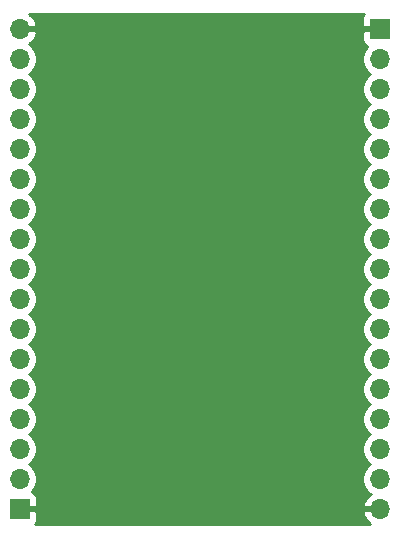
<source format=gbr>
G04 #@! TF.GenerationSoftware,KiCad,Pcbnew,(5.1.5-0-10_14)*
G04 #@! TF.CreationDate,2020-05-04T17:52:18-06:00*
G04 #@! TF.ProjectId,L6207Q,4c363230-3751-42e6-9b69-6361645f7063,rev?*
G04 #@! TF.SameCoordinates,Original*
G04 #@! TF.FileFunction,Copper,L2,Bot*
G04 #@! TF.FilePolarity,Positive*
%FSLAX46Y46*%
G04 Gerber Fmt 4.6, Leading zero omitted, Abs format (unit mm)*
G04 Created by KiCad (PCBNEW (5.1.5-0-10_14)) date 2020-05-04 17:52:18*
%MOMM*%
%LPD*%
G04 APERTURE LIST*
%ADD10O,1.700000X1.700000*%
%ADD11R,1.700000X1.700000*%
%ADD12C,0.800000*%
%ADD13C,0.254000*%
G04 APERTURE END LIST*
D10*
X44450000Y-54610000D03*
X44450000Y-52070000D03*
X44450000Y-49530000D03*
X44450000Y-46990000D03*
X44450000Y-44450000D03*
X44450000Y-41910000D03*
X44450000Y-39370000D03*
X44450000Y-36830000D03*
X44450000Y-34290000D03*
X44450000Y-31750000D03*
X44450000Y-29210000D03*
X44450000Y-26670000D03*
X44450000Y-24130000D03*
X44450000Y-21590000D03*
X44450000Y-19050000D03*
X44450000Y-16510000D03*
D11*
X44450000Y-13970000D03*
D10*
X13970000Y-13970000D03*
X13970000Y-16510000D03*
X13970000Y-19050000D03*
X13970000Y-21590000D03*
X13970000Y-24130000D03*
X13970000Y-26670000D03*
X13970000Y-29210000D03*
X13970000Y-31750000D03*
X13970000Y-34290000D03*
X13970000Y-36830000D03*
X13970000Y-39370000D03*
X13970000Y-41910000D03*
X13970000Y-44450000D03*
X13970000Y-46990000D03*
X13970000Y-49530000D03*
X13970000Y-52070000D03*
D11*
X13970000Y-54610000D03*
D12*
X28575000Y-34290000D03*
X29845000Y-33020000D03*
X27305000Y-33020000D03*
X28575000Y-33020000D03*
X27305000Y-31750000D03*
X27305000Y-35560000D03*
X28575000Y-35560000D03*
X31115000Y-31750000D03*
X28575000Y-31750000D03*
X29845000Y-34290000D03*
X31115000Y-33020000D03*
X29845000Y-31750000D03*
X31115000Y-34290000D03*
X27305000Y-34290000D03*
X29845000Y-35560000D03*
X31115000Y-35560000D03*
D13*
G36*
X43069463Y-12765506D02*
G01*
X43010498Y-12875820D01*
X42974188Y-12995518D01*
X42961928Y-13120000D01*
X42965000Y-13684250D01*
X43123750Y-13843000D01*
X44323000Y-13843000D01*
X44323000Y-13823000D01*
X44577000Y-13823000D01*
X44577000Y-13843000D01*
X44597000Y-13843000D01*
X44597000Y-14097000D01*
X44577000Y-14097000D01*
X44577000Y-14117000D01*
X44323000Y-14117000D01*
X44323000Y-14097000D01*
X43123750Y-14097000D01*
X42965000Y-14255750D01*
X42961928Y-14820000D01*
X42974188Y-14944482D01*
X43010498Y-15064180D01*
X43069463Y-15174494D01*
X43148815Y-15271185D01*
X43245506Y-15350537D01*
X43355820Y-15409502D01*
X43428380Y-15431513D01*
X43296525Y-15563368D01*
X43134010Y-15806589D01*
X43022068Y-16076842D01*
X42965000Y-16363740D01*
X42965000Y-16656260D01*
X43022068Y-16943158D01*
X43134010Y-17213411D01*
X43296525Y-17456632D01*
X43503368Y-17663475D01*
X43677760Y-17780000D01*
X43503368Y-17896525D01*
X43296525Y-18103368D01*
X43134010Y-18346589D01*
X43022068Y-18616842D01*
X42965000Y-18903740D01*
X42965000Y-19196260D01*
X43022068Y-19483158D01*
X43134010Y-19753411D01*
X43296525Y-19996632D01*
X43503368Y-20203475D01*
X43677760Y-20320000D01*
X43503368Y-20436525D01*
X43296525Y-20643368D01*
X43134010Y-20886589D01*
X43022068Y-21156842D01*
X42965000Y-21443740D01*
X42965000Y-21736260D01*
X43022068Y-22023158D01*
X43134010Y-22293411D01*
X43296525Y-22536632D01*
X43503368Y-22743475D01*
X43677760Y-22860000D01*
X43503368Y-22976525D01*
X43296525Y-23183368D01*
X43134010Y-23426589D01*
X43022068Y-23696842D01*
X42965000Y-23983740D01*
X42965000Y-24276260D01*
X43022068Y-24563158D01*
X43134010Y-24833411D01*
X43296525Y-25076632D01*
X43503368Y-25283475D01*
X43677760Y-25400000D01*
X43503368Y-25516525D01*
X43296525Y-25723368D01*
X43134010Y-25966589D01*
X43022068Y-26236842D01*
X42965000Y-26523740D01*
X42965000Y-26816260D01*
X43022068Y-27103158D01*
X43134010Y-27373411D01*
X43296525Y-27616632D01*
X43503368Y-27823475D01*
X43677760Y-27940000D01*
X43503368Y-28056525D01*
X43296525Y-28263368D01*
X43134010Y-28506589D01*
X43022068Y-28776842D01*
X42965000Y-29063740D01*
X42965000Y-29356260D01*
X43022068Y-29643158D01*
X43134010Y-29913411D01*
X43296525Y-30156632D01*
X43503368Y-30363475D01*
X43677760Y-30480000D01*
X43503368Y-30596525D01*
X43296525Y-30803368D01*
X43134010Y-31046589D01*
X43022068Y-31316842D01*
X42965000Y-31603740D01*
X42965000Y-31896260D01*
X43022068Y-32183158D01*
X43134010Y-32453411D01*
X43296525Y-32696632D01*
X43503368Y-32903475D01*
X43677760Y-33020000D01*
X43503368Y-33136525D01*
X43296525Y-33343368D01*
X43134010Y-33586589D01*
X43022068Y-33856842D01*
X42965000Y-34143740D01*
X42965000Y-34436260D01*
X43022068Y-34723158D01*
X43134010Y-34993411D01*
X43296525Y-35236632D01*
X43503368Y-35443475D01*
X43677760Y-35560000D01*
X43503368Y-35676525D01*
X43296525Y-35883368D01*
X43134010Y-36126589D01*
X43022068Y-36396842D01*
X42965000Y-36683740D01*
X42965000Y-36976260D01*
X43022068Y-37263158D01*
X43134010Y-37533411D01*
X43296525Y-37776632D01*
X43503368Y-37983475D01*
X43677760Y-38100000D01*
X43503368Y-38216525D01*
X43296525Y-38423368D01*
X43134010Y-38666589D01*
X43022068Y-38936842D01*
X42965000Y-39223740D01*
X42965000Y-39516260D01*
X43022068Y-39803158D01*
X43134010Y-40073411D01*
X43296525Y-40316632D01*
X43503368Y-40523475D01*
X43677760Y-40640000D01*
X43503368Y-40756525D01*
X43296525Y-40963368D01*
X43134010Y-41206589D01*
X43022068Y-41476842D01*
X42965000Y-41763740D01*
X42965000Y-42056260D01*
X43022068Y-42343158D01*
X43134010Y-42613411D01*
X43296525Y-42856632D01*
X43503368Y-43063475D01*
X43677760Y-43180000D01*
X43503368Y-43296525D01*
X43296525Y-43503368D01*
X43134010Y-43746589D01*
X43022068Y-44016842D01*
X42965000Y-44303740D01*
X42965000Y-44596260D01*
X43022068Y-44883158D01*
X43134010Y-45153411D01*
X43296525Y-45396632D01*
X43503368Y-45603475D01*
X43677760Y-45720000D01*
X43503368Y-45836525D01*
X43296525Y-46043368D01*
X43134010Y-46286589D01*
X43022068Y-46556842D01*
X42965000Y-46843740D01*
X42965000Y-47136260D01*
X43022068Y-47423158D01*
X43134010Y-47693411D01*
X43296525Y-47936632D01*
X43503368Y-48143475D01*
X43677760Y-48260000D01*
X43503368Y-48376525D01*
X43296525Y-48583368D01*
X43134010Y-48826589D01*
X43022068Y-49096842D01*
X42965000Y-49383740D01*
X42965000Y-49676260D01*
X43022068Y-49963158D01*
X43134010Y-50233411D01*
X43296525Y-50476632D01*
X43503368Y-50683475D01*
X43677760Y-50800000D01*
X43503368Y-50916525D01*
X43296525Y-51123368D01*
X43134010Y-51366589D01*
X43022068Y-51636842D01*
X42965000Y-51923740D01*
X42965000Y-52216260D01*
X43022068Y-52503158D01*
X43134010Y-52773411D01*
X43296525Y-53016632D01*
X43503368Y-53223475D01*
X43685534Y-53345195D01*
X43568645Y-53414822D01*
X43352412Y-53609731D01*
X43178359Y-53843080D01*
X43053175Y-54105901D01*
X43008524Y-54253110D01*
X43129845Y-54483000D01*
X44323000Y-54483000D01*
X44323000Y-54463000D01*
X44577000Y-54463000D01*
X44577000Y-54483000D01*
X44597000Y-54483000D01*
X44597000Y-54737000D01*
X44577000Y-54737000D01*
X44577000Y-54757000D01*
X44323000Y-54757000D01*
X44323000Y-54737000D01*
X43129845Y-54737000D01*
X43008524Y-54966890D01*
X43053175Y-55114099D01*
X43178359Y-55376920D01*
X43352412Y-55610269D01*
X43568645Y-55805178D01*
X43652285Y-55855000D01*
X15317295Y-55855000D01*
X15350537Y-55814494D01*
X15409502Y-55704180D01*
X15445812Y-55584482D01*
X15458072Y-55460000D01*
X15455000Y-54895750D01*
X15296250Y-54737000D01*
X14097000Y-54737000D01*
X14097000Y-54757000D01*
X13843000Y-54757000D01*
X13843000Y-54737000D01*
X13823000Y-54737000D01*
X13823000Y-54483000D01*
X13843000Y-54483000D01*
X13843000Y-54463000D01*
X14097000Y-54463000D01*
X14097000Y-54483000D01*
X15296250Y-54483000D01*
X15455000Y-54324250D01*
X15458072Y-53760000D01*
X15445812Y-53635518D01*
X15409502Y-53515820D01*
X15350537Y-53405506D01*
X15271185Y-53308815D01*
X15174494Y-53229463D01*
X15064180Y-53170498D01*
X14991620Y-53148487D01*
X15123475Y-53016632D01*
X15285990Y-52773411D01*
X15397932Y-52503158D01*
X15455000Y-52216260D01*
X15455000Y-51923740D01*
X15397932Y-51636842D01*
X15285990Y-51366589D01*
X15123475Y-51123368D01*
X14916632Y-50916525D01*
X14742240Y-50800000D01*
X14916632Y-50683475D01*
X15123475Y-50476632D01*
X15285990Y-50233411D01*
X15397932Y-49963158D01*
X15455000Y-49676260D01*
X15455000Y-49383740D01*
X15397932Y-49096842D01*
X15285990Y-48826589D01*
X15123475Y-48583368D01*
X14916632Y-48376525D01*
X14742240Y-48260000D01*
X14916632Y-48143475D01*
X15123475Y-47936632D01*
X15285990Y-47693411D01*
X15397932Y-47423158D01*
X15455000Y-47136260D01*
X15455000Y-46843740D01*
X15397932Y-46556842D01*
X15285990Y-46286589D01*
X15123475Y-46043368D01*
X14916632Y-45836525D01*
X14742240Y-45720000D01*
X14916632Y-45603475D01*
X15123475Y-45396632D01*
X15285990Y-45153411D01*
X15397932Y-44883158D01*
X15455000Y-44596260D01*
X15455000Y-44303740D01*
X15397932Y-44016842D01*
X15285990Y-43746589D01*
X15123475Y-43503368D01*
X14916632Y-43296525D01*
X14742240Y-43180000D01*
X14916632Y-43063475D01*
X15123475Y-42856632D01*
X15285990Y-42613411D01*
X15397932Y-42343158D01*
X15455000Y-42056260D01*
X15455000Y-41763740D01*
X15397932Y-41476842D01*
X15285990Y-41206589D01*
X15123475Y-40963368D01*
X14916632Y-40756525D01*
X14742240Y-40640000D01*
X14916632Y-40523475D01*
X15123475Y-40316632D01*
X15285990Y-40073411D01*
X15397932Y-39803158D01*
X15455000Y-39516260D01*
X15455000Y-39223740D01*
X15397932Y-38936842D01*
X15285990Y-38666589D01*
X15123475Y-38423368D01*
X14916632Y-38216525D01*
X14742240Y-38100000D01*
X14916632Y-37983475D01*
X15123475Y-37776632D01*
X15285990Y-37533411D01*
X15397932Y-37263158D01*
X15455000Y-36976260D01*
X15455000Y-36683740D01*
X15397932Y-36396842D01*
X15285990Y-36126589D01*
X15123475Y-35883368D01*
X14916632Y-35676525D01*
X14742240Y-35560000D01*
X14916632Y-35443475D01*
X15123475Y-35236632D01*
X15285990Y-34993411D01*
X15397932Y-34723158D01*
X15455000Y-34436260D01*
X15455000Y-34143740D01*
X15397932Y-33856842D01*
X15285990Y-33586589D01*
X15123475Y-33343368D01*
X14916632Y-33136525D01*
X14742240Y-33020000D01*
X14916632Y-32903475D01*
X15123475Y-32696632D01*
X15285990Y-32453411D01*
X15397932Y-32183158D01*
X15455000Y-31896260D01*
X15455000Y-31603740D01*
X15397932Y-31316842D01*
X15285990Y-31046589D01*
X15123475Y-30803368D01*
X14916632Y-30596525D01*
X14742240Y-30480000D01*
X14916632Y-30363475D01*
X15123475Y-30156632D01*
X15285990Y-29913411D01*
X15397932Y-29643158D01*
X15455000Y-29356260D01*
X15455000Y-29063740D01*
X15397932Y-28776842D01*
X15285990Y-28506589D01*
X15123475Y-28263368D01*
X14916632Y-28056525D01*
X14742240Y-27940000D01*
X14916632Y-27823475D01*
X15123475Y-27616632D01*
X15285990Y-27373411D01*
X15397932Y-27103158D01*
X15455000Y-26816260D01*
X15455000Y-26523740D01*
X15397932Y-26236842D01*
X15285990Y-25966589D01*
X15123475Y-25723368D01*
X14916632Y-25516525D01*
X14742240Y-25400000D01*
X14916632Y-25283475D01*
X15123475Y-25076632D01*
X15285990Y-24833411D01*
X15397932Y-24563158D01*
X15455000Y-24276260D01*
X15455000Y-23983740D01*
X15397932Y-23696842D01*
X15285990Y-23426589D01*
X15123475Y-23183368D01*
X14916632Y-22976525D01*
X14742240Y-22860000D01*
X14916632Y-22743475D01*
X15123475Y-22536632D01*
X15285990Y-22293411D01*
X15397932Y-22023158D01*
X15455000Y-21736260D01*
X15455000Y-21443740D01*
X15397932Y-21156842D01*
X15285990Y-20886589D01*
X15123475Y-20643368D01*
X14916632Y-20436525D01*
X14742240Y-20320000D01*
X14916632Y-20203475D01*
X15123475Y-19996632D01*
X15285990Y-19753411D01*
X15397932Y-19483158D01*
X15455000Y-19196260D01*
X15455000Y-18903740D01*
X15397932Y-18616842D01*
X15285990Y-18346589D01*
X15123475Y-18103368D01*
X14916632Y-17896525D01*
X14742240Y-17780000D01*
X14916632Y-17663475D01*
X15123475Y-17456632D01*
X15285990Y-17213411D01*
X15397932Y-16943158D01*
X15455000Y-16656260D01*
X15455000Y-16363740D01*
X15397932Y-16076842D01*
X15285990Y-15806589D01*
X15123475Y-15563368D01*
X14916632Y-15356525D01*
X14734466Y-15234805D01*
X14851355Y-15165178D01*
X15067588Y-14970269D01*
X15241641Y-14736920D01*
X15366825Y-14474099D01*
X15411476Y-14326890D01*
X15290155Y-14097000D01*
X14097000Y-14097000D01*
X14097000Y-14117000D01*
X13843000Y-14117000D01*
X13843000Y-14097000D01*
X13823000Y-14097000D01*
X13823000Y-13843000D01*
X13843000Y-13843000D01*
X13843000Y-13823000D01*
X14097000Y-13823000D01*
X14097000Y-13843000D01*
X15290155Y-13843000D01*
X15411476Y-13613110D01*
X15366825Y-13465901D01*
X15241641Y-13203080D01*
X15067588Y-12969731D01*
X14851355Y-12774822D01*
X14767715Y-12725000D01*
X43102705Y-12725000D01*
X43069463Y-12765506D01*
G37*
X43069463Y-12765506D02*
X43010498Y-12875820D01*
X42974188Y-12995518D01*
X42961928Y-13120000D01*
X42965000Y-13684250D01*
X43123750Y-13843000D01*
X44323000Y-13843000D01*
X44323000Y-13823000D01*
X44577000Y-13823000D01*
X44577000Y-13843000D01*
X44597000Y-13843000D01*
X44597000Y-14097000D01*
X44577000Y-14097000D01*
X44577000Y-14117000D01*
X44323000Y-14117000D01*
X44323000Y-14097000D01*
X43123750Y-14097000D01*
X42965000Y-14255750D01*
X42961928Y-14820000D01*
X42974188Y-14944482D01*
X43010498Y-15064180D01*
X43069463Y-15174494D01*
X43148815Y-15271185D01*
X43245506Y-15350537D01*
X43355820Y-15409502D01*
X43428380Y-15431513D01*
X43296525Y-15563368D01*
X43134010Y-15806589D01*
X43022068Y-16076842D01*
X42965000Y-16363740D01*
X42965000Y-16656260D01*
X43022068Y-16943158D01*
X43134010Y-17213411D01*
X43296525Y-17456632D01*
X43503368Y-17663475D01*
X43677760Y-17780000D01*
X43503368Y-17896525D01*
X43296525Y-18103368D01*
X43134010Y-18346589D01*
X43022068Y-18616842D01*
X42965000Y-18903740D01*
X42965000Y-19196260D01*
X43022068Y-19483158D01*
X43134010Y-19753411D01*
X43296525Y-19996632D01*
X43503368Y-20203475D01*
X43677760Y-20320000D01*
X43503368Y-20436525D01*
X43296525Y-20643368D01*
X43134010Y-20886589D01*
X43022068Y-21156842D01*
X42965000Y-21443740D01*
X42965000Y-21736260D01*
X43022068Y-22023158D01*
X43134010Y-22293411D01*
X43296525Y-22536632D01*
X43503368Y-22743475D01*
X43677760Y-22860000D01*
X43503368Y-22976525D01*
X43296525Y-23183368D01*
X43134010Y-23426589D01*
X43022068Y-23696842D01*
X42965000Y-23983740D01*
X42965000Y-24276260D01*
X43022068Y-24563158D01*
X43134010Y-24833411D01*
X43296525Y-25076632D01*
X43503368Y-25283475D01*
X43677760Y-25400000D01*
X43503368Y-25516525D01*
X43296525Y-25723368D01*
X43134010Y-25966589D01*
X43022068Y-26236842D01*
X42965000Y-26523740D01*
X42965000Y-26816260D01*
X43022068Y-27103158D01*
X43134010Y-27373411D01*
X43296525Y-27616632D01*
X43503368Y-27823475D01*
X43677760Y-27940000D01*
X43503368Y-28056525D01*
X43296525Y-28263368D01*
X43134010Y-28506589D01*
X43022068Y-28776842D01*
X42965000Y-29063740D01*
X42965000Y-29356260D01*
X43022068Y-29643158D01*
X43134010Y-29913411D01*
X43296525Y-30156632D01*
X43503368Y-30363475D01*
X43677760Y-30480000D01*
X43503368Y-30596525D01*
X43296525Y-30803368D01*
X43134010Y-31046589D01*
X43022068Y-31316842D01*
X42965000Y-31603740D01*
X42965000Y-31896260D01*
X43022068Y-32183158D01*
X43134010Y-32453411D01*
X43296525Y-32696632D01*
X43503368Y-32903475D01*
X43677760Y-33020000D01*
X43503368Y-33136525D01*
X43296525Y-33343368D01*
X43134010Y-33586589D01*
X43022068Y-33856842D01*
X42965000Y-34143740D01*
X42965000Y-34436260D01*
X43022068Y-34723158D01*
X43134010Y-34993411D01*
X43296525Y-35236632D01*
X43503368Y-35443475D01*
X43677760Y-35560000D01*
X43503368Y-35676525D01*
X43296525Y-35883368D01*
X43134010Y-36126589D01*
X43022068Y-36396842D01*
X42965000Y-36683740D01*
X42965000Y-36976260D01*
X43022068Y-37263158D01*
X43134010Y-37533411D01*
X43296525Y-37776632D01*
X43503368Y-37983475D01*
X43677760Y-38100000D01*
X43503368Y-38216525D01*
X43296525Y-38423368D01*
X43134010Y-38666589D01*
X43022068Y-38936842D01*
X42965000Y-39223740D01*
X42965000Y-39516260D01*
X43022068Y-39803158D01*
X43134010Y-40073411D01*
X43296525Y-40316632D01*
X43503368Y-40523475D01*
X43677760Y-40640000D01*
X43503368Y-40756525D01*
X43296525Y-40963368D01*
X43134010Y-41206589D01*
X43022068Y-41476842D01*
X42965000Y-41763740D01*
X42965000Y-42056260D01*
X43022068Y-42343158D01*
X43134010Y-42613411D01*
X43296525Y-42856632D01*
X43503368Y-43063475D01*
X43677760Y-43180000D01*
X43503368Y-43296525D01*
X43296525Y-43503368D01*
X43134010Y-43746589D01*
X43022068Y-44016842D01*
X42965000Y-44303740D01*
X42965000Y-44596260D01*
X43022068Y-44883158D01*
X43134010Y-45153411D01*
X43296525Y-45396632D01*
X43503368Y-45603475D01*
X43677760Y-45720000D01*
X43503368Y-45836525D01*
X43296525Y-46043368D01*
X43134010Y-46286589D01*
X43022068Y-46556842D01*
X42965000Y-46843740D01*
X42965000Y-47136260D01*
X43022068Y-47423158D01*
X43134010Y-47693411D01*
X43296525Y-47936632D01*
X43503368Y-48143475D01*
X43677760Y-48260000D01*
X43503368Y-48376525D01*
X43296525Y-48583368D01*
X43134010Y-48826589D01*
X43022068Y-49096842D01*
X42965000Y-49383740D01*
X42965000Y-49676260D01*
X43022068Y-49963158D01*
X43134010Y-50233411D01*
X43296525Y-50476632D01*
X43503368Y-50683475D01*
X43677760Y-50800000D01*
X43503368Y-50916525D01*
X43296525Y-51123368D01*
X43134010Y-51366589D01*
X43022068Y-51636842D01*
X42965000Y-51923740D01*
X42965000Y-52216260D01*
X43022068Y-52503158D01*
X43134010Y-52773411D01*
X43296525Y-53016632D01*
X43503368Y-53223475D01*
X43685534Y-53345195D01*
X43568645Y-53414822D01*
X43352412Y-53609731D01*
X43178359Y-53843080D01*
X43053175Y-54105901D01*
X43008524Y-54253110D01*
X43129845Y-54483000D01*
X44323000Y-54483000D01*
X44323000Y-54463000D01*
X44577000Y-54463000D01*
X44577000Y-54483000D01*
X44597000Y-54483000D01*
X44597000Y-54737000D01*
X44577000Y-54737000D01*
X44577000Y-54757000D01*
X44323000Y-54757000D01*
X44323000Y-54737000D01*
X43129845Y-54737000D01*
X43008524Y-54966890D01*
X43053175Y-55114099D01*
X43178359Y-55376920D01*
X43352412Y-55610269D01*
X43568645Y-55805178D01*
X43652285Y-55855000D01*
X15317295Y-55855000D01*
X15350537Y-55814494D01*
X15409502Y-55704180D01*
X15445812Y-55584482D01*
X15458072Y-55460000D01*
X15455000Y-54895750D01*
X15296250Y-54737000D01*
X14097000Y-54737000D01*
X14097000Y-54757000D01*
X13843000Y-54757000D01*
X13843000Y-54737000D01*
X13823000Y-54737000D01*
X13823000Y-54483000D01*
X13843000Y-54483000D01*
X13843000Y-54463000D01*
X14097000Y-54463000D01*
X14097000Y-54483000D01*
X15296250Y-54483000D01*
X15455000Y-54324250D01*
X15458072Y-53760000D01*
X15445812Y-53635518D01*
X15409502Y-53515820D01*
X15350537Y-53405506D01*
X15271185Y-53308815D01*
X15174494Y-53229463D01*
X15064180Y-53170498D01*
X14991620Y-53148487D01*
X15123475Y-53016632D01*
X15285990Y-52773411D01*
X15397932Y-52503158D01*
X15455000Y-52216260D01*
X15455000Y-51923740D01*
X15397932Y-51636842D01*
X15285990Y-51366589D01*
X15123475Y-51123368D01*
X14916632Y-50916525D01*
X14742240Y-50800000D01*
X14916632Y-50683475D01*
X15123475Y-50476632D01*
X15285990Y-50233411D01*
X15397932Y-49963158D01*
X15455000Y-49676260D01*
X15455000Y-49383740D01*
X15397932Y-49096842D01*
X15285990Y-48826589D01*
X15123475Y-48583368D01*
X14916632Y-48376525D01*
X14742240Y-48260000D01*
X14916632Y-48143475D01*
X15123475Y-47936632D01*
X15285990Y-47693411D01*
X15397932Y-47423158D01*
X15455000Y-47136260D01*
X15455000Y-46843740D01*
X15397932Y-46556842D01*
X15285990Y-46286589D01*
X15123475Y-46043368D01*
X14916632Y-45836525D01*
X14742240Y-45720000D01*
X14916632Y-45603475D01*
X15123475Y-45396632D01*
X15285990Y-45153411D01*
X15397932Y-44883158D01*
X15455000Y-44596260D01*
X15455000Y-44303740D01*
X15397932Y-44016842D01*
X15285990Y-43746589D01*
X15123475Y-43503368D01*
X14916632Y-43296525D01*
X14742240Y-43180000D01*
X14916632Y-43063475D01*
X15123475Y-42856632D01*
X15285990Y-42613411D01*
X15397932Y-42343158D01*
X15455000Y-42056260D01*
X15455000Y-41763740D01*
X15397932Y-41476842D01*
X15285990Y-41206589D01*
X15123475Y-40963368D01*
X14916632Y-40756525D01*
X14742240Y-40640000D01*
X14916632Y-40523475D01*
X15123475Y-40316632D01*
X15285990Y-40073411D01*
X15397932Y-39803158D01*
X15455000Y-39516260D01*
X15455000Y-39223740D01*
X15397932Y-38936842D01*
X15285990Y-38666589D01*
X15123475Y-38423368D01*
X14916632Y-38216525D01*
X14742240Y-38100000D01*
X14916632Y-37983475D01*
X15123475Y-37776632D01*
X15285990Y-37533411D01*
X15397932Y-37263158D01*
X15455000Y-36976260D01*
X15455000Y-36683740D01*
X15397932Y-36396842D01*
X15285990Y-36126589D01*
X15123475Y-35883368D01*
X14916632Y-35676525D01*
X14742240Y-35560000D01*
X14916632Y-35443475D01*
X15123475Y-35236632D01*
X15285990Y-34993411D01*
X15397932Y-34723158D01*
X15455000Y-34436260D01*
X15455000Y-34143740D01*
X15397932Y-33856842D01*
X15285990Y-33586589D01*
X15123475Y-33343368D01*
X14916632Y-33136525D01*
X14742240Y-33020000D01*
X14916632Y-32903475D01*
X15123475Y-32696632D01*
X15285990Y-32453411D01*
X15397932Y-32183158D01*
X15455000Y-31896260D01*
X15455000Y-31603740D01*
X15397932Y-31316842D01*
X15285990Y-31046589D01*
X15123475Y-30803368D01*
X14916632Y-30596525D01*
X14742240Y-30480000D01*
X14916632Y-30363475D01*
X15123475Y-30156632D01*
X15285990Y-29913411D01*
X15397932Y-29643158D01*
X15455000Y-29356260D01*
X15455000Y-29063740D01*
X15397932Y-28776842D01*
X15285990Y-28506589D01*
X15123475Y-28263368D01*
X14916632Y-28056525D01*
X14742240Y-27940000D01*
X14916632Y-27823475D01*
X15123475Y-27616632D01*
X15285990Y-27373411D01*
X15397932Y-27103158D01*
X15455000Y-26816260D01*
X15455000Y-26523740D01*
X15397932Y-26236842D01*
X15285990Y-25966589D01*
X15123475Y-25723368D01*
X14916632Y-25516525D01*
X14742240Y-25400000D01*
X14916632Y-25283475D01*
X15123475Y-25076632D01*
X15285990Y-24833411D01*
X15397932Y-24563158D01*
X15455000Y-24276260D01*
X15455000Y-23983740D01*
X15397932Y-23696842D01*
X15285990Y-23426589D01*
X15123475Y-23183368D01*
X14916632Y-22976525D01*
X14742240Y-22860000D01*
X14916632Y-22743475D01*
X15123475Y-22536632D01*
X15285990Y-22293411D01*
X15397932Y-22023158D01*
X15455000Y-21736260D01*
X15455000Y-21443740D01*
X15397932Y-21156842D01*
X15285990Y-20886589D01*
X15123475Y-20643368D01*
X14916632Y-20436525D01*
X14742240Y-20320000D01*
X14916632Y-20203475D01*
X15123475Y-19996632D01*
X15285990Y-19753411D01*
X15397932Y-19483158D01*
X15455000Y-19196260D01*
X15455000Y-18903740D01*
X15397932Y-18616842D01*
X15285990Y-18346589D01*
X15123475Y-18103368D01*
X14916632Y-17896525D01*
X14742240Y-17780000D01*
X14916632Y-17663475D01*
X15123475Y-17456632D01*
X15285990Y-17213411D01*
X15397932Y-16943158D01*
X15455000Y-16656260D01*
X15455000Y-16363740D01*
X15397932Y-16076842D01*
X15285990Y-15806589D01*
X15123475Y-15563368D01*
X14916632Y-15356525D01*
X14734466Y-15234805D01*
X14851355Y-15165178D01*
X15067588Y-14970269D01*
X15241641Y-14736920D01*
X15366825Y-14474099D01*
X15411476Y-14326890D01*
X15290155Y-14097000D01*
X14097000Y-14097000D01*
X14097000Y-14117000D01*
X13843000Y-14117000D01*
X13843000Y-14097000D01*
X13823000Y-14097000D01*
X13823000Y-13843000D01*
X13843000Y-13843000D01*
X13843000Y-13823000D01*
X14097000Y-13823000D01*
X14097000Y-13843000D01*
X15290155Y-13843000D01*
X15411476Y-13613110D01*
X15366825Y-13465901D01*
X15241641Y-13203080D01*
X15067588Y-12969731D01*
X14851355Y-12774822D01*
X14767715Y-12725000D01*
X43102705Y-12725000D01*
X43069463Y-12765506D01*
M02*

</source>
